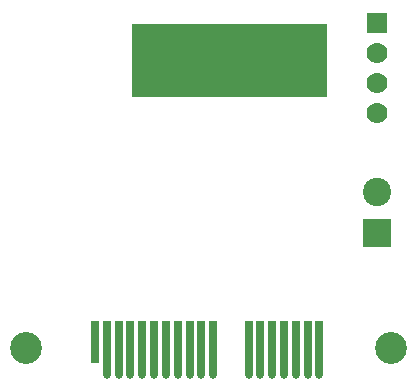
<source format=gbs>
G04 #@! TF.GenerationSoftware,KiCad,Pcbnew,(5.99.0-8491-gb8dfcb34c4)*
G04 #@! TF.CreationDate,2021-01-20T09:42:39+01:00*
G04 #@! TF.ProjectId,TMC2130_Driver,544d4332-3133-4305-9f44-72697665722e,rev?*
G04 #@! TF.SameCoordinates,PX67f3540PY6cb8080*
G04 #@! TF.FileFunction,Soldermask,Bot*
G04 #@! TF.FilePolarity,Negative*
%FSLAX46Y46*%
G04 Gerber Fmt 4.6, Leading zero omitted, Abs format (unit mm)*
G04 Created by KiCad (PCBNEW (5.99.0-8491-gb8dfcb34c4)) date 2021-01-20 09:42:39*
%MOMM*%
%LPD*%
G01*
G04 APERTURE LIST*
%ADD10C,2.700000*%
%ADD11O,0.650000X0.650000*%
%ADD12R,0.650000X3.600000*%
%ADD13R,0.650000X4.600000*%
%ADD14R,1.778000X1.778000*%
%ADD15C,1.778000*%
%ADD16R,2.400000X2.400000*%
%ADD17C,2.400000*%
G04 APERTURE END LIST*
D10*
X2800000Y3256000D03*
X33750000Y3256000D03*
D11*
X12652800Y1014800D03*
X22652800Y1014800D03*
X17652800Y1014800D03*
X13652800Y1014800D03*
X15652800Y1014800D03*
X10652800Y1014800D03*
X25652800Y1014800D03*
X26652800Y1014800D03*
X21652800Y1014800D03*
X18652800Y1014800D03*
X24652800Y1014800D03*
X27652800Y1014800D03*
X9652800Y1014800D03*
X23652800Y1014800D03*
X11652800Y1014800D03*
X16652800Y1014800D03*
X14652800Y1014800D03*
D12*
X8652800Y3814800D03*
D13*
X9652800Y3314800D03*
X10652800Y3314800D03*
X11652800Y3314800D03*
X12652800Y3314800D03*
X13652800Y3314800D03*
X14652800Y3314800D03*
X15652800Y3314800D03*
X16652800Y3314800D03*
X17652800Y3314800D03*
X18652800Y3314800D03*
X21652800Y3314800D03*
X22652800Y3314800D03*
X23652800Y3314800D03*
X24652800Y3314800D03*
X25652800Y3314800D03*
X26652800Y3314800D03*
X27652800Y3314800D03*
D14*
X32540000Y30820000D03*
D15*
X32540000Y28280000D03*
X32540000Y25740000D03*
X32540000Y23200000D03*
D16*
X32540000Y13010000D03*
D17*
X32540000Y16510000D03*
G36*
X28271694Y30741694D02*
G01*
X28290000Y30697500D01*
X28290000Y24572500D01*
X28271694Y24528306D01*
X28227500Y24510000D01*
X11852500Y24510000D01*
X11808306Y24528306D01*
X11790000Y24572500D01*
X11790000Y30697500D01*
X11808306Y30741694D01*
X11852500Y30760000D01*
X28227500Y30760000D01*
X28271694Y30741694D01*
G37*
M02*

</source>
